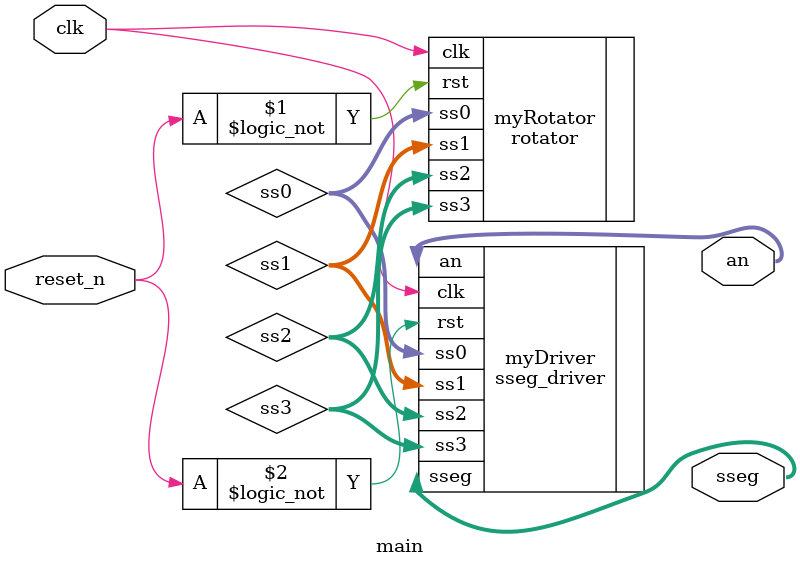
<source format=sv>
`timescale 1ns / 1ps

module main ( 
    input logic clk, 
    input logic reset_n, 
    output logic [7:0] an, 
    output logic [7:0] sseg
    );
    
    logic [7:0] ss0;
    logic [7:0] ss1;
    logic [7:0] ss2;
    logic [7:0] ss3; 
    
    rotator myRotator (
        .clk(clk), 
        .rst(!reset_n), 
        .ss0(ss0), 
        .ss1(ss1), 
        .ss2(ss2), 
        .ss3(ss3)        
    );
    
    sseg_driver myDriver (
        .clk(clk),
        .rst(!reset_n), 
        .ss0(ss0), 
        .ss1(ss1), 
        .ss2(ss2), 
        .ss3(ss3),
        .sseg(sseg), 
        .an(an) 
    );
    
endmodule 

</source>
